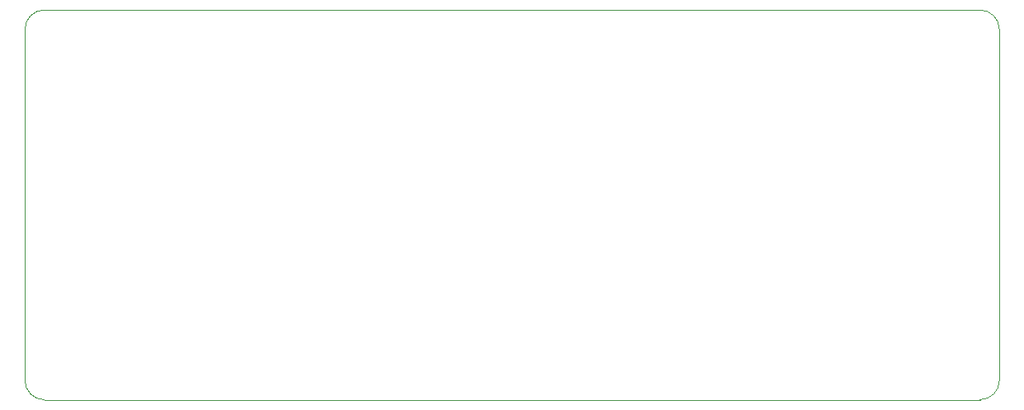
<source format=gko>
G04*
G04 #@! TF.GenerationSoftware,Altium Limited,Altium Designer,22.6.1 (34)*
G04*
G04 Layer_Color=16711935*
%FSLAX25Y25*%
%MOIN*%
G70*
G04*
G04 #@! TF.SameCoordinates,155C3C0F-C328-4BCA-876E-5E1AE029C65F*
G04*
G04*
G04 #@! TF.FilePolarity,Positive*
G04*
G01*
G75*
%ADD12C,0.00394*%
D12*
X-196850Y47244D02*
G03*
X-188976Y39370I7874J0D01*
G01*
X188976D02*
G03*
X196850Y47244I0J7874D01*
G01*
X196850Y188976D02*
G03*
X188976Y196850I-7874J0D01*
G01*
X-188976D02*
G03*
X-196850Y188976I0J-7874D01*
G01*
X196850D02*
X196850Y47244D01*
X-196850Y188976D02*
X-196850Y47244D01*
X-188976Y196850D02*
X188976Y196850D01*
X-188976Y39370D02*
X188976D01*
M02*

</source>
